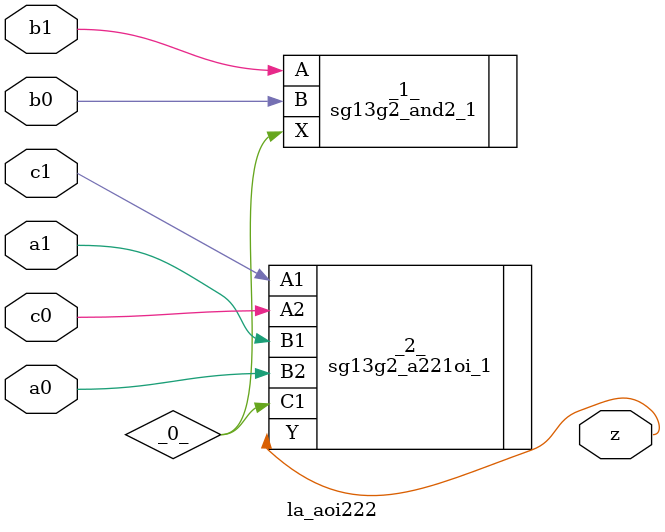
<source format=v>

/* Generated by Yosys 0.44 (git sha1 80ba43d26, g++ 11.4.0-1ubuntu1~22.04 -fPIC -O3) */

(* top =  1  *)
(* src = "inputs/la_aoi222.v:10.1-24.10" *)
module la_aoi222 (
    a0,
    a1,
    b0,
    b1,
    c0,
    c1,
    z
);
  wire _0_;
  (* src = "inputs/la_aoi222.v:13.12-13.14" *)
  input a0;
  wire a0;
  (* src = "inputs/la_aoi222.v:14.12-14.14" *)
  input a1;
  wire a1;
  (* src = "inputs/la_aoi222.v:15.12-15.14" *)
  input b0;
  wire b0;
  (* src = "inputs/la_aoi222.v:16.12-16.14" *)
  input b1;
  wire b1;
  (* src = "inputs/la_aoi222.v:17.12-17.14" *)
  input c0;
  wire c0;
  (* src = "inputs/la_aoi222.v:18.12-18.14" *)
  input c1;
  wire c1;
  (* src = "inputs/la_aoi222.v:19.12-19.13" *)
  output z;
  wire z;
  sg13g2_and2_1 _1_ (
      .A(b1),
      .B(b0),
      .X(_0_)
  );
  sg13g2_a221oi_1 _2_ (
      .A1(c1),
      .A2(c0),
      .B1(a1),
      .B2(a0),
      .C1(_0_),
      .Y (z)
  );
endmodule

</source>
